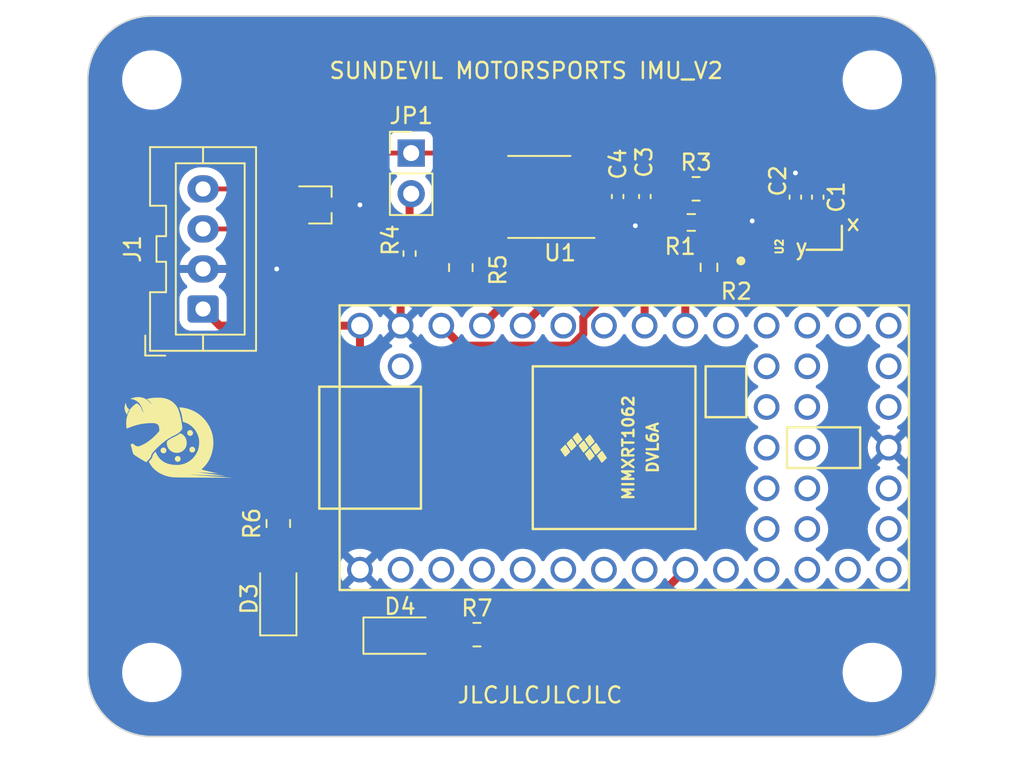
<source format=kicad_pcb>
(kicad_pcb (version 20221018) (generator pcbnew)
  (title_block (title "IMU Box") (date "2023-11-08") (rev "v2") (company "Sundevil Motorsports"))
  (layers (0 "F.Cu" signal) (31 "B.Cu" signal) (34 "B.Paste" user) (35 "F.Paste" user) (36 "B.SilkS" user "B.Silkscreen") (37 "F.SilkS" user "F.Silkscreen") (38 "B.Mask" user) (39 "F.Mask" user) (44 "Edge.Cuts" user))
  (net 0 "")
  (net 1 "GND")
  (net 2 "+3.3V")
  (net 3 "/CANH")
  (net 4 "/CANL")
  (net 5 "+5V")
  (net 6 "Net-(JP1-B)")
  (net 7 "/SCL0")
  (net 8 "/SDA0")
  (net 9 "Net-(U2-CS)")
  (net 10 "Net-(U1-Rs)")
  (net 11 "/CTX")
  (net 12 "/CRX")
  (net 31 "/LED")
  (net 56 "Net-(D3-A)")
  (net 57 "Net-(D4-A)")
  (footprint "Package_SO:SOIC-8_3.9x4.9mm_P1.27mm" (layer "F.Cu") (at 138.2 45.3 180)
    (fp_text reference "U1" (at -1.3 -3.5) (layer "F.SilkS"))
    (fp_text value "SN65HVD230")
    (pad "1" smd roundrect (at -2.475 -1.905 180) (size 1.95 0.6) (layers "F.Cu" "F.Paste" "F.Mask") (net 11 "/CTX"))
    (pad "2" smd roundrect (at -2.475 -0.635 180) (size 1.95 0.6) (layers "F.Cu" "F.Paste" "F.Mask") (net 1 "GND"))
    (pad "3" smd roundrect (at -2.475 0.635 180) (size 1.95 0.6) (layers "F.Cu" "F.Paste" "F.Mask") (net 2 "+3.3V"))
    (pad "4" smd roundrect (at -2.475 1.905 180) (size 1.95 0.6) (layers "F.Cu" "F.Paste" "F.Mask") (net 12 "/CRX"))
    (pad "5" smd roundrect (at 2.475 1.905 180) (size 1.95 0.6) (layers "F.Cu" "F.Paste" "F.Mask"))
    (pad "6" smd roundrect (at 2.475 0.635 180) (size 1.95 0.6) (layers "F.Cu" "F.Paste" "F.Mask") (net 4 "/CANL"))
    (pad "7" smd roundrect (at 2.475 -0.635 180) (size 1.95 0.6) (layers "F.Cu" "F.Paste" "F.Mask") (net 3 "/CANH"))
    (pad "8" smd roundrect (at 2.475 -1.905 180) (size 1.95 0.6) (layers "F.Cu" "F.Paste" "F.Mask") (net 10 "Net-(U1-Rs)"))
  )
  (footprint "Capacitor_SMD:C_0402_1005Metric" (layer "F.Cu") (at 155.59375 45.31375 -90)
    (fp_text reference "C1" (at 0 -1.16 90) (layer "F.SilkS"))
    (fp_text value "100 nF")
    (pad "1" smd roundrect (at -0.48 0 270) (size 0.56 0.62) (layers "F.Cu" "F.Paste" "F.Mask") (net 1 "GND"))
    (pad "2" smd roundrect (at 0.48 0 270) (size 0.56 0.62) (layers "F.Cu" "F.Paste" "F.Mask") (net 2 "+3.3V"))
  )
  (footprint "Connector_PinHeader_2.54mm:PinHeader_1x02_P2.54mm_Vertical" (layer "F.Cu") (at 130.2 42.56)
    (fp_text reference "JP1" (at 0 -2.33) (layer "F.SilkS"))
    (fp_text value "Jumper_2_Open")
    (pad "1" thru_hole rect (at 0 0) (size 1.7 1.7) (drill 1) (layers "*.Cu" "*.Mask") (net 4 "/CANL"))
    (pad "2" thru_hole oval (at 0 2.54) (size 1.7 1.7) (drill 1) (layers "*.Cu" "*.Mask") (net 6 "Net-(JP1-B)"))
  )
  (footprint "Resistor_SMD:R_0603_1608Metric" (layer "F.Cu") (at 147.69375 46.89375 180)
    (fp_text reference "R1" (at 0.69375 -1.50625) (layer "F.SilkS"))
    (fp_text value "2.2k")
    (pad "1" smd roundrect (at -0.825 0 180) (size 0.8 0.95) (layers "F.Cu" "F.Paste" "F.Mask") (net 7 "/SCL0"))
    (pad "2" smd roundrect (at 0.825 0 180) (size 0.8 0.95) (layers "F.Cu" "F.Paste" "F.Mask") (net 2 "+3.3V"))
  )
  (footprint "Resistor_SMD:R_0805_2012Metric" (layer "F.Cu") (at 133.3 49.7125 -90)
    (fp_text reference "R5" (at 0.1475 -2.33 90) (layer "F.SilkS"))
    (fp_text value "10k")
    (pad "1" smd roundrect (at -0.9125 0 270) (size 1.025 1.4) (layers "F.Cu" "F.Paste" "F.Mask") (roundrect_rratio 0.243902439) (net 10 "Net-(U1-Rs)"))
    (pad "2" smd roundrect (at 0.9125 0 270) (size 1.025 1.4) (layers "F.Cu" "F.Paste" "F.Mask") (roundrect_rratio 0.243902439) (net 1 "GND"))
  )
  (footprint "Capacitor_SMD:C_0402_1005Metric" (layer "F.Cu") (at 143.09375 45.27375 -90)
    (fp_text reference "C4" (at -2.03 -0.02 -90) (layer "F.SilkS"))
    (fp_text value "100nF")
    (pad "1" smd roundrect (at -0.48 0 270) (size 0.56 0.62) (layers "F.Cu" "F.Paste" "F.Mask") (net 2 "+3.3V"))
    (pad "2" smd roundrect (at 0.48 0 270) (size 0.56 0.62) (layers "F.Cu" "F.Paste" "F.Mask") (net 1 "GND"))
  )
  (footprint "Resistor_SMD:R_0603_1608Metric" (layer "F.Cu") (at 148.8 49.7 -90)
    (fp_text reference "R2" (at 1.5 -1.70625 -180) (layer "F.SilkS"))
    (fp_text value "2.2k")
    (pad "1" smd roundrect (at -0.825 0 270) (size 0.8 0.95) (layers "F.Cu" "F.Paste" "F.Mask") (net 8 "/SDA0"))
    (pad "2" smd roundrect (at 0.825 0 270) (size 0.8 0.95) (layers "F.Cu" "F.Paste" "F.Mask") (net 2 "+3.3V"))
  )
  (footprint "Capacitor_SMD:C_0402_1005Metric" (layer "F.Cu") (at 154.19375 45.31375 90)
    (fp_text reference "C2" (at 1.01375 -1.09375 90) (layer "F.SilkS"))
    (fp_text value "100 nF")
    (pad "1" smd roundrect (at -0.48 0 90) (size 0.56 0.62) (layers "F.Cu" "F.Paste" "F.Mask") (net 2 "+3.3V"))
    (pad "2" smd roundrect (at 0.48 0 90) (size 0.56 0.62) (layers "F.Cu" "F.Paste" "F.Mask") (net 1 "GND"))
  )
  (footprint "Resistor_SMD:R_0805_2012Metric" (layer "F.Cu") (at 121.9 65.7 90)
    (fp_text reference "R6" (at 0 -1.65 90) (layer "F.SilkS"))
    (fp_text value "220")
    (pad "1" smd roundrect (at -0.9125 0 90) (size 1.025 1.4) (layers "F.Cu" "F.Paste" "F.Mask") (roundrect_rratio 0.243902439) (net 56 "Net-(D3-A)"))
    (pad "2" smd roundrect (at 0.9125 0 90) (size 1.025 1.4) (layers "F.Cu" "F.Paste" "F.Mask") (roundrect_rratio 0.243902439) (net 5 "+5V"))
  )
  (footprint "Capacitor_SMD:C_0402_1005Metric" (layer "F.Cu") (at 144.79375 45.27375 -90)
    (fp_text reference "C3" (at -2.15 0.05 -90) (layer "F.SilkS"))
    (fp_text value "100nF")
    (pad "1" smd roundrect (at -0.48 0 270) (size 0.56 0.62) (layers "F.Cu" "F.Paste" "F.Mask") (net 2 "+3.3V"))
    (pad "2" smd roundrect (at 0.48 0 270) (size 0.56 0.62) (layers "F.Cu" "F.Paste" "F.Mask") (net 1 "GND"))
  )
  (footprint "LED_SMD:LED_1206_3216Metric" (layer "F.Cu") (at 129.5 72.7)
    (fp_text reference "D4" (at 0 -1.82) (layer "F.SilkS"))
    (fp_text value "LED")
    (pad "1" smd roundrect (at -1.4 0) (size 1.25 1.75) (layers "F.Cu" "F.Paste" "F.Mask") (roundrect_rratio 0.2) (net 1 "GND"))
    (pad "2" smd roundrect (at 1.4 0) (size 1.25 1.75) (layers "F.Cu" "F.Paste" "F.Mask") (roundrect_rratio 0.2) (net 57 "Net-(D4-A)"))
  )
  (footprint "Connector_JST:JST_XA_B04B-XASK-1_1x04_P2.50mm_Vertical" (layer "F.Cu") (at 117.2 52.3 90)
    (fp_text reference "J1" (at 3.75 -4.4 90) (layer "F.SilkS"))
    (fp_text value "Conn_01x04_Pin")
    (pad "1" thru_hole roundrect (at 0 0 90) (size 1.7 1.95) (drill 0.95) (layers "*.Cu" "*.Mask") (roundrect_rratio 0.1470588235) (net 5 "+5V"))
    (pad "2" thru_hole oval (at 2.5 0 90) (size 1.7 1.95) (drill 0.95) (layers "*.Cu" "*.Mask") (net 1 "GND"))
    (pad "3" thru_hole oval (at 5 0 90) (size 1.7 1.95) (drill 0.95) (layers "*.Cu" "*.Mask") (net 3 "/CANH"))
    (pad "4" thru_hole oval (at 7.5 0 90) (size 1.7 1.95) (drill 0.95) (layers "*.Cu" "*.Mask") (net 4 "/CANL"))
  )
  (footprint "ISM330DHCX:LGA-14L" (layer "F.Cu") (at 151.49375 46.99375 90)
    (fp_text reference "U2" (at -1.40625 1.70625 90) (layer "F.SilkS") (effects (font (size 0.48 0.48))))
    (fp_text value "ISM330DHCXTR")
    (pad "1" smd rect (at -1.1625 -0.75 90) (size 0.48 0.3) (layers "F.Cu" "F.Paste" "F.Mask"))
    (pad "2" smd rect (at -1.1625 -0.25 90) (size 0.48 0.3) (layers "F.Cu" "F.Paste" "F.Mask"))
    (pad "3" smd rect (at -1.1625 0.25 90) (size 0.48 0.3) (layers "F.Cu" "F.Paste" "F.Mask"))
    (pad "4" smd rect (at -1.1625 0.75 90) (size 0.48 0.3) (layers "F.Cu" "F.Paste" "F.Mask"))
    (pad "5" smd rect (at -0.5 1 90) (size 0.3 0.48) (layers "F.Cu" "F.Paste" "F.Mask") (net 2 "+3.3V"))
    (pad "6" smd rect (at 0 1 90) (size 0.3 0.48) (layers "F.Cu" "F.Paste" "F.Mask") (net 1 "GND"))
    (pad "7" smd rect (at 0.5 1 90) (size 0.3 0.48) (layers "F.Cu" "F.Paste" "F.Mask") (net 1 "GND"))
    (pad "8" smd rect (at 1.1625 0.75 270) (size 0.48 0.3) (layers "F.Cu" "F.Paste" "F.Mask") (net 2 "+3.3V"))
    (pad "9" smd rect (at 1.1625 0.25 270) (size 0.48 0.3) (layers "F.Cu" "F.Paste" "F.Mask"))
    (pad "10" smd rect (at 1.1625 -0.25 270) (size 0.48 0.3) (layers "F.Cu" "F.Paste" "F.Mask"))
    (pad "11" smd rect (at 1.1625 -0.75 270) (size 0.48 0.3) (layers "F.Cu" "F.Paste" "F.Mask"))
    (pad "12" smd rect (at 0.5 -1 270) (size 0.3 0.48) (layers "F.Cu" "F.Paste" "F.Mask") (net 9 "Net-(U2-CS)"))
    (pad "13" smd rect (at 0 -1 270) (size 0.3 0.48) (layers "F.Cu" "F.Paste" "F.Mask") (net 7 "/SCL0"))
    (pad "14" smd rect (at -0.5 -1 270) (size 0.3 0.48) (layers "F.Cu" "F.Paste" "F.Mask") (net 8 "/SDA0"))
  )
  (footprint "Resistor_SMD:R_0805_2012Metric" (layer "F.Cu") (at 147.99375 44.79375)
    (fp_text reference "R3" (at 0 -1.65) (layer "F.SilkS"))
    (fp_text value "10k")
    (pad "1" smd roundrect (at -0.9125 0) (size 1.025 1.4) (layers "F.Cu" "F.Paste" "F.Mask") (roundrect_rratio 0.243902439) (net 2 "+3.3V"))
    (pad "2" smd roundrect (at 0.9125 0) (size 1.025 1.4) (layers "F.Cu" "F.Paste" "F.Mask") (roundrect_rratio 0.243902439) (net 9 "Net-(U2-CS)"))
  )
  (footprint "Teensy:Teensy40" (layer "F.Cu") (at 143.51 60.96)
    (fp_text reference "U3" hide)
    (fp_text value "Teensy4.0")
    (fp_text user "MIMXRT1062" (at 0.254 0 90) (layer "F.SilkS") (effects (font (size 0.7 0.7))))
    (fp_text user "DVL6A" (at 1.778 0 90) (layer "F.SilkS") (effects (font (size 0.7 0.7))))
    (pad "1" thru_hole circle (at -16.51 7.62) (size 1.6 1.6) (drill 1.1) (layers "*.Cu" "*.Mask") (net 1 "GND"))
    (pad "2" thru_hole circle (at -13.97 7.62) (size 1.6 1.6) (drill 1.1) (layers "*.Cu" "*.Mask"))
    (pad "3" thru_hole circle (at -11.43 7.62) (size 1.6 1.6) (drill 1.1) (layers "*.Cu" "*.Mask"))
    (pad "4" thru_hole circle (at -8.89 7.62) (size 1.6 1.6) (drill 1.1) (layers "*.Cu" "*.Mask"))
    (pad "5" thru_hole circle (at -6.35 7.62) (size 1.6 1.6) (drill 1.1) (layers "*.Cu" "*.Mask"))
    (pad "6" thru_hole circle (at -3.81 7.62) (size 1.6 1.6) (drill 1.1) (layers "*.Cu" "*.Mask"))
    (pad "7" thru_hole circle (at -1.27 7.62) (size 1.6 1.6) (drill 1.1) (layers "*.Cu" "*.Mask"))
    (pad "8" thru_hole circle (at 1.27 7.62) (size 1.6 1.6) (drill 1.1) (layers "*.Cu" "*.Mask"))
    (pad "9" thru_hole circle (at 3.81 7.62) (size 1.6 1.6) (drill 1.1) (layers "*.Cu" "*.Mask") (net 31 "/LED"))
    (pad "10" thru_hole circle (at 6.35 7.62) (size 1.6 1.6) (drill 1.1) (layers "*.Cu" "*.Mask"))
    (pad "11" thru_hole circle (at 8.89 7.62) (size 1.6 1.6) (drill 1.1) (layers "*.Cu" "*.Mask"))
    (pad "12" thru_hole circle (at 11.43 7.62) (size 1.6 1.6) (drill 1.1) (layers "*.Cu" "*.Mask"))
    (pad "13" thru_hole circle (at 13.97 7.62) (size 1.6 1.6) (drill 1.1) (layers "*.Cu" "*.Mask"))
    (pad "14" thru_hole circle (at 16.51 7.62) (size 1.6 1.6) (drill 1.1) (layers "*.Cu" "*.Mask"))
    (pad "15" thru_hole circle (at 16.51 5.08) (size 1.6 1.6) (drill 1.1) (layers "*.Cu" "*.Mask"))
    (pad "16" thru_hole circle (at 16.51 2.54) (size 1.6 1.6) (drill 1.1) (layers "*.Cu" "*.Mask"))
    (pad "17" thru_hole circle (at 16.51 0) (size 1.6 1.6) (drill 1.1) (layers "*.Cu" "*.Mask") (net 1 "GND"))
    (pad "18" thru_hole circle (at 16.51 -2.54) (size 1.6 1.6) (drill 1.1) (layers "*.Cu" "*.Mask"))
    (pad "19" thru_hole circle (at 16.51 -5.08) (size 1.6 1.6) (drill 1.1) (layers "*.Cu" "*.Mask"))
    (pad "20" thru_hole circle (at 16.51 -7.62) (size 1.6 1.6) (drill 1.1) (layers "*.Cu" "*.Mask"))
    (pad "21" thru_hole circle (at 13.97 -7.62) (size 1.6 1.6) (drill 1.1) (layers "*.Cu" "*.Mask"))
    (pad "22" thru_hole circle (at 11.43 -7.62) (size 1.6 1.6) (drill 1.1) (layers "*.Cu" "*.Mask"))
    (pad "23" thru_hole circle (at 8.89 -7.62) (size 1.6 1.6) (drill 1.1) (layers "*.Cu" "*.Mask"))
    (pad "24" thru_hole circle (at 6.35 -7.62) (size 1.6 1.6) (drill 1.1) (layers "*.Cu" "*.Mask"))
    (pad "25" thru_hole circle (at 3.81 -7.62) (size 1.6 1.6) (drill 1.1) (layers "*.Cu" "*.Mask") (net 8 "/SDA0"))
    (pad "26" thru_hole circle (at 1.27 -7.62) (size 1.6 1.6) (drill 1.1) (layers "*.Cu" "*.Mask") (net 7 "/SCL0"))
    (pad "27" thru_hole circle (at -1.27 -7.62) (size 1.6 1.6) (drill 1.1) (layers "*.Cu" "*.Mask"))
    (pad "28" thru_hole circle (at -3.81 -7.62) (size 1.6 1.6) (drill 1.1) (layers "*.Cu" "*.Mask"))
    (pad "29" thru_hole circle (at -6.35 -7.62) (size 1.6 1.6) (drill 1.1) (layers "*.Cu" "*.Mask") (net 11 "/CTX"))
    (pad "30" thru_hole circle (at -8.89 -7.62) (size 1.6 1.6) (drill 1.1) (layers "*.Cu" "*.Mask") (net 12 "/CRX"))
    (pad "31" thru_hole circle (at -11.43 -7.62) (size 1.6 1.6) (drill 1.1) (layers "*.Cu" "*.Mask") (net 2 "+3.3V"))
    (pad "32" thru_hole circle (at -13.97 -7.62) (size 1.6 1.6) (drill 1.1) (layers "*.Cu" "*.Mask") (net 1 "GND"))
    (pad "33" thru_hole circle (at -16.51 -7.62) (size 1.6 1.6) (drill 1.1) (layers "*.Cu" "*.Mask") (net 5 "+5V"))
    (pad "34" thru_hole circle (at -13.97 -5.08) (size 1.6 1.6) (drill 1.1) (layers "*.Cu" "*.Mask"))
    (pad "35" thru_hole circle (at 11.43 -5.08) (size 1.6 1.6) (drill 1.1) (layers "*.Cu" "*.Mask"))
    (pad "36" thru_hole circle (at 8.89 -5.08) (size 1.6 1.6) (drill 1.1) (layers "*.Cu" "*.Mask"))
    (pad "37" thru_hole circle (at 11.43 -2.54) (size 1.6 1.6) (drill 1.1) (layers "*.Cu" "*.Mask"))
    (pad "38" thru_hole circle (at 8.89 -2.54) (size 1.6 1.6) (drill 1.1) (layers "*.Cu" "*.Mask"))
    (pad "39" thru_hole circle (at 11.43 0) (size 1.6 1.6) (drill 1.1) (layers "*.Cu" "*.Mask"))
    (pad "40" thru_hole circle (at 8.89 0) (size 1.6 1.6) (drill 1.1) (layers "*.Cu" "*.Mask"))
    (pad "41" thru_hole circle (at 11.43 2.54) (size 1.6 1.6) (drill 1.1) (layers "*.Cu" "*.Mask"))
    (pad "42" thru_hole circle (at 8.89 2.54) (size 1.6 1.6) (drill 1.1) (layers "*.Cu" "*.Mask"))
    (pad "43" thru_hole circle (at 11.43 5.08) (size 1.6 1.6) (drill 1.1) (layers "*.Cu" "*.Mask"))
    (pad "44" thru_hole circle (at 8.89 5.08) (size 1.6 1.6) (drill 1.1) (layers "*.Cu" "*.Mask"))
  )
  (footprint "Resistor_SMD:R_0805_2012Metric" (layer "F.Cu") (at 134.31 72.64)
    (fp_text reference "R7" (at 0 -1.65) (layer "F.SilkS"))
    (fp_text value "220")
    (pad "1" smd roundrect (at -0.9125 0) (size 1.025 1.4) (layers "F.Cu" "F.Paste" "F.Mask") (roundrect_rratio 0.243902439) (net 57 "Net-(D4-A)"))
    (pad "2" smd roundrect (at 0.9125 0) (size 1.025 1.4) (layers "F.Cu" "F.Paste" "F.Mask") (roundrect_rratio 0.243902439) (net 31 "/LED"))
  )
  (footprint "MountingHole:MountingHole_3.2mm_M3" (layer "F.Cu") (at 159 38)
    (fp_text reference "REF**" hide)
    (fp_text value "MountingHole_3.2mm_M3")
    (pad "" np_thru_hole circle (at 0 0) (size 3.2 3.2) (drill 3.2) (layers "F&B.Cu" "*.Mask"))
  )
  (footprint "logo.preety:SDM_Logo" (layer "F.Cu") (at 115.7 60.3)
    (fp_text reference "G***" hide)
    (fp_text value "LOGO" hide)
  )
  (footprint "Package_TO_SOT_SMD:SOT-323_SC-70" (layer "F.Cu") (at 124.5 45.8)
    (fp_text reference "D1" hide)
    (fp_text value "D_TVS_Dual_AAC")
    (pad "1" smd rect (at -1 -0.65 270) (size 0.45 0.7) (layers "F.Cu" "F.Paste" "F.Mask") (net 4 "/CANL"))
    (pad "2" smd rect (at -1 0.65 270) (size 0.45 0.7) (layers "F.Cu" "F.Paste" "F.Mask") (net 3 "/CANH"))
    (pad "3" smd rect (at 1 0 270) (size 0.45 0.7) (layers "F.Cu" "F.Paste" "F.Mask") (net 1 "GND"))
  )
  (footprint "LED_SMD:LED_1206_3216Metric" (layer "F.Cu") (at 121.9 70.4 90)
    (fp_text reference "D3" (at 0 -1.82 90) (layer "F.SilkS"))
    (fp_text value "LED")
    (pad "1" smd roundrect (at -1.4 0 90) (size 1.25 1.75) (layers "F.Cu" "F.Paste" "F.Mask") (roundrect_rratio 0.2) (net 1 "GND"))
    (pad "2" smd roundrect (at 1.4 0 90) (size 1.25 1.75) (layers "F.Cu" "F.Paste" "F.Mask") (roundrect_rratio 0.2) (net 56 "Net-(D3-A)"))
  )
  (footprint "MountingHole:MountingHole_3.2mm_M3" (layer "F.Cu") (at 159 75)
    (fp_text reference "REF**" hide)
    (fp_text value "MountingHole_3.2mm_M3")
    (pad "" np_thru_hole circle (at 0 0) (size 3.2 3.2) (drill 3.2) (layers "F&B.Cu" "*.Mask"))
  )
  (footprint "MountingHole:MountingHole_3.2mm_M3" (layer "F.Cu") (at 114 38)
    (fp_text reference "REF**" hide)
    (fp_text value "MountingHole_3.2mm_M3")
    (pad "" np_thru_hole circle (at 0 0) (size 3.2 3.2) (drill 3.2) (layers "*.Cu" "*.Mask"))
  )
  (footprint "Resistor_SMD:R_0402_1005Metric" (layer "F.Cu") (at 130.1 48.835 90)
    (fp_text reference "R4" (at 0.835 -1.2 90) (layer "F.SilkS"))
    (fp_text value "120")
    (pad "1" smd roundrect (at -0.51 0 90) (size 0.54 0.64) (layers "F.Cu" "F.Paste" "F.Mask") (net 3 "/CANH"))
    (pad "2" smd roundrect (at 0.51 0 90) (size 0.54 0.64) (layers "F.Cu" "F.Paste" "F.Mask") (net 6 "Net-(JP1-B)"))
  )
  (footprint "MountingHole:MountingHole_3.2mm_M3" (layer "F.Cu") (at 114 75)
    (fp_text reference "REF**" hide)
    (fp_text value "MountingHole_3.2mm_M3")
    (pad "" np_thru_hole circle (at 0 0) (size 3.2 3.2) (drill 3.2) (layers "F&B.Cu" "*.Mask"))
  )
  (gr_line (start 157.1 48.6) (end 154.9 48.6) (stroke (width 0.15)) (layer "F.SilkS"))
  (gr_line (start 157.1 48.6) (end 157.1 47.1) (stroke (width 0.15)) (layer "F.SilkS"))
  (gr_line (start 114 79) (end 159 79) (stroke (width 0.1)) (layer "Edge.Cuts"))
  (gr_arc (start 163 75) (mid 161.828427 77.828427) (end 159 79) (stroke (width 0.1)) (layer "Edge.Cuts"))
  (gr_line (start 163 75) (end 163 38) (stroke (width 0.1)) (layer "Edge.Cuts"))
  (gr_arc (start 114 79) (mid 111.171573 77.828427) (end 110 75) (stroke (width 0.1)) (layer "Edge.Cuts"))
  (gr_arc (start 110 38) (mid 111.171573 35.171573) (end 114 34) (stroke (width 0.1)) (layer "Edge.Cuts"))
  (gr_line (start 110 38) (end 110 75) (stroke (width 0.1)) (layer "Edge.Cuts"))
  (gr_arc (start 159 34) (mid 161.828427 35.171573) (end 163 38) (stroke (width 0.1)) (layer "Edge.Cuts"))
  (gr_line (start 114 34) (end 159 34) (stroke (width 0.1)) (layer "Edge.Cuts"))
  (gr_text "x" (at 157.3 47.5) (layer "F.SilkS") (effects (font (size 1 1)) (justify left bottom)))
  (gr_text "y" (at 154.1 49) (layer "F.SilkS") (effects (font (size 1 1)) (justify left bottom)))
  (gr_text "JLCJLCJLCJLC" (at 133 77) (layer "F.SilkS") (effects (font (size 1 1)) (justify left bottom)))
  (gr_text "SUNDEVIL MOTORSPORTS IMU_V2" (at 125 38) (layer "F.SilkS") (effects (font (size 1 1)) (justify left bottom)))
  (segment (start 125.9 71.8) (end 125.9 69.68) (width 0.5) (layer "F.Cu") (net 1))
  (segment (start 155.59375 44.83375) (end 154.19375 44.83375) (width 0.5) (layer "F.Cu") (net 1))
  (segment (start 117.2 49.8) (end 121.8 49.8) (width 0.5) (layer "F.Cu") (net 1))
  (segment (start 144.79375 46.50625) (end 144.2 47.1) (width 0.5) (layer "F.Cu") (net 1))
  (segment (start 121.9 71.8) (end 125.9 71.8) (width 0.5) (layer "F.Cu") (net 1))
  (segment (start 128.1 72.7) (end 126.8 72.7) (width 0.5) (layer "F.Cu") (net 1))
  (segment (start 129.54 51.86) (end 130.775 50.625) (width 0.5) (layer "F.Cu") (net 1))
  (segment (start 154.19375 43.80625) (end 154.2 43.8) (width 0.5) (layer "F.Cu") (net 1))
  (segment (start 130.775 50.625) (end 133.3 50.625) (width 0.5) (layer "F.Cu") (net 1))
  (segment (start 152.49375 46.49375) (end 151.80625 46.49375) (width 0.3) (layer "F.Cu") (net 1))
  (segment (start 125.5 45.8) (end 127 45.8) (width 0.5) (layer "F.Cu") (net 1))
  (segment (start 144.79375 45.75375) (end 143.09375 45.75375) (width 0.5) (layer "F.Cu") (net 1))
  (segment (start 154.19375 44.83375) (end 154.19375 43.80625) (width 0.5) (layer "F.Cu") (net 1))
  (segment (start 152.49375 46.99375) (end 152.49375 46.49375) (width 0.3) (layer "F.Cu") (net 1))
  (segment (start 144.79375 45.75375) (end 144.79375 46.50625) (width 0.5) (layer "F.Cu") (net 1))
  (segment (start 126.8 72.7) (end 125.9 71.8) (width 0.5) (layer "F.Cu") (net 1))
  (segment (start 125.9 69.68) (end 127 68.58) (width 0.5) (layer "F.Cu") (net 1))
  (segment (start 129.54 53.34) (end 129.54 51.86) (width 0.5) (layer "F.Cu") (net 1))
  (segment (start 140.675 45.935) (end 142.9125 45.935) (width 0.5) (layer "F.Cu") (net 1))
  (segment (start 151.80625 46.49375) (end 151.5 46.8) (width 0.3) (layer "F.Cu") (net 1))
  (segment (start 142.9125 45.935) (end 143.09375 45.75375) (width 0.5) (layer "F.Cu") (net 1))
  (via (at 121.8 49.8) (size 0.7) (drill 0.3) (layers "F.Cu" "B.Cu") (net 1))
  (via (at 154.2 43.8) (size 0.7) (drill 0.3) (layers "F.Cu" "B.Cu") (net 1))
  (via (at 151.5 46.8) (size 0.7) (drill 0.3) (layers "F.Cu" "B.Cu") (net 1))
  (via (at 127 45.8) (size 0.7) (drill 0.3) (layers "F.Cu" "B.Cu") (net 1))
  (via (at 144.2 47.1) (size 0.7) (drill 0.3) (layers "F.Cu" "B.Cu") (net 1))
  (segment (start 140.675 44.665) (end 142.965 44.665) (width 0.5) (layer "F.Cu") (net 2))
  (segment (start 153.4 45.83125) (end 154.15625 45.83125) (width 0.3) (layer "F.Cu") (net 2))
  (segment (start 154.19375 45.79375) (end 155.59375 45.79375) (width 0.3) (layer "F.Cu") (net 2))
  (segment (start 140.95 52.8125) (end 146.86875 46.89375) (width 0.5) (layer "F.Cu") (net 2))
  (segment (start 153.4 48.29) (end 153.4 47.5) (width 0.5) (layer "F.Cu") (net 2))
  (segment (start 154.15625 45.83125) (end 154.19375 45.79375) (width 0.3) (layer "F.Cu") (net 2))
  (segment (start 142.965 44.665) (end 143.09375 44.79375) (width 0.5) (layer "F.Cu") (net 2))
  (segment (start 140.95 53.857767) (end 140.95 52.8125) (width 0.5) (layer "F.Cu") (net 2))
  (segment (start 150.74625 43.74375) (end 152.24375 45.24125) (width 0.3) (layer "F.Cu") (net 2))
  (segment (start 132.08 53.34) (end 133.33 54.59) (width 0.5) (layer "F.Cu") (net 2))
  (segment (start 153.39375 47.49375) (end 153.4 47.5) (width 0.3) (layer "F.Cu") (net 2))
  (segment (start 133.33 54.59) (end 140.217767 54.59) (width 0.5) (layer "F.Cu") (net 2))
  (segment (start 144.79375 44.79375) (end 147.08125 44.79375) (width 0.5) (layer "F.Cu") (net 2))
  (segment (start 147.08125 44.79375) (end 148.13125 43.74375) (width 0.3) (layer "F.Cu") (net 2))
  (segment (start 146.86875 46.89375) (end 146.86875 45.00625) (width 0.3) (layer "F.Cu") (net 2))
  (segment (start 143.09375 44.79375) (end 144.79375 44.79375) (width 0.5) (layer "F.Cu") (net 2))
  (segment (start 152.24375 45.83125) (end 153.4 45.83125) (width 0.3) (layer "F.Cu") (net 2))
  (segment (start 153.4 47.5) (end 153.4 45.83125) (width 0.5) (layer "F.Cu") (net 2))
  (segment (start 147.08125 46.68125) (end 146.86875 46.89375) (width 0.3) (layer "F.Cu") (net 2))
  (segment (start 152.24375 45.24125) (end 152.24375 45.83125) (width 0.3) (layer "F.Cu") (net 2))
  (segment (start 151.165 50.525) (end 153.4 48.29) (width 0.5) (layer "F.Cu") (net 2))
  (segment (start 152.49375 47.49375) (end 153.39375 47.49375) (width 0.3) (layer "F.Cu") (net 2))
  (segment (start 148.13125 43.74375) (end 150.74625 43.74375) (width 0.3) (layer "F.Cu") (net 2))
  (segment (start 148.8 50.525) (end 151.165 50.525) (width 0.5) (layer "F.Cu") (net 2))
  (segment (start 146.86875 45.00625) (end 147.08125 44.79375) (width 0.3) (layer "F.Cu") (net 2))
  (segment (start 140.217767 54.59) (end 140.95 53.857767) (width 0.5) (layer "F.Cu") (net 2))
  (segment (start 154.19375 45.79375) (end 154.150785 45.79375) (width 0.3) (layer "F.Cu") (net 2))
  (segment (start 126.25 46.45) (end 123.5 46.45) (width 0.3) (layer "F.Cu") (net 3))
  (segment (start 122.15 46.45) (end 121.3 47.3) (width 0.3) (layer "F.Cu") (net 3))
  (segment (start 130.655 49.345) (end 130.1 49.345) (width 0.3) (layer "F.Cu") (net 3))
  (segment (start 129.145 49.345) (end 126.25 46.45) (width 0.3) (layer "F.Cu") (net 3))
  (segment (start 123.5 46.45) (end 122.15 46.45) (width 0.3) (layer "F.Cu") (net 3))
  (segment (start 130.1 49.345) (end 129.145 49.345) (width 0.3) (layer "F.Cu") (net 3))
  (segment (start 135.725 45.935) (end 134.065 45.935) (width 0.3) (layer "F.Cu") (net 3))
  (segment (start 134.065 45.935) (end 130.655 49.345) (width 0.3) (layer "F.Cu") (net 3))
  (segment (start 121.3 47.3) (end 117.2 47.3) (width 0.3) (layer "F.Cu") (net 3))
  (segment (start 127.04 42.56) (end 130.2 42.56) (width 0.3) (layer "F.Cu") (net 4))
  (segment (start 117.2 44.8) (end 121.4 44.8) (width 0.3) (layer "F.Cu") (net 4))
  (segment (start 134.465 44.665) (end 132.36 42.56) (width 0.3) (layer "F.Cu") (net 4))
  (segment (start 121.75 45.15) (end 123.5 45.15) (width 0.3) (layer "F.Cu") (net 4))
  (segment (start 121.4 44.8) (end 121.75 45.15) (width 0.3) (layer "F.Cu") (net 4))
  (segment (start 123.5 45.15) (end 124.45 45.15) (width 0.3) (layer "F.Cu") (net 4))
  (segment (start 124.45 45.15) (end 127.04 42.56) (width 0.3) (layer "F.Cu") (net 4))
  (segment (start 132.36 42.56) (end 130.2 42.56) (width 0.3) (layer "F.Cu") (net 4))
  (segment (start 135.725 44.665) (end 134.465 44.665) (width 0.3) (layer "F.Cu") (net 4))
  (segment (start 135.69 44.7) (end 135.725 44.665) (width 0.3) (layer "F.Cu") (net 4))
  (segment (start 117.2 52.3) (end 118.24 53.34) (width 0.5) (layer "F.Cu") (net 5))
  (segment (start 127 55.9) (end 121.9 61) (width 0.5) (layer "F.Cu") (net 5))
  (segment (start 121.9 61) (end 121.9 64.7875) (width 0.5) (layer "F.Cu") (net 5))
  (segment (start 118.24 53.34) (end 127 53.34) (width 0.5) (layer "F.Cu") (net 5))
  (segment (start 127 53.34) (end 127 55.9) (width 0.5) (layer "F.Cu") (net 5))
  (segment (start 130.1 45.2) (end 130.2 45.1) (width 0.5) (layer "F.Cu") (net 6))
  (segment (start 130.1 48.325) (end 130.1 45.2) (width 0.5) (layer "F.Cu") (net 6))
  (segment (start 144.78 53.34) (end 144.78 50.6325) (width 0.5) (layer "F.Cu") (net 7))
  (segment (start 148.51875 46.89375) (end 148.61875 46.99375) (width 0.3) (layer "F.Cu") (net 7))
  (segment (start 148.61875 46.99375) (end 150.49375 46.99375) (width 0.3) (layer "F.Cu") (net 7))
  (segment (start 144.78 50.6325) (end 148.51875 46.89375) (width 0.5) (layer "F.Cu") (net 7))
  (segment (start 149.80625 47.49375) (end 148.8 48.5) (width 0.3) (layer "F.Cu") (net 8))
  (segment (start 150.49375 47.49375) (end 149.80625 47.49375) (width 0.3) (layer "F.Cu") (net 8))
  (segment (start 148.8 48.5) (end 148.8 48.875) (width 0.3) (layer "F.Cu") (net 8))
  (segment (start 147.32 50.355) (end 148.8 48.875) (width 0.5) (layer "F.Cu") (net 8))
  (segment (start 147.32 53.34) (end 147.32 50.355) (width 0.5) (layer "F.Cu") (net 8))
  (segment (start 150.49375 46.49375) (end 148.90625 44.90625) (width 0.3) (layer "F.Cu") (net 9))
  (segment (start 148.90625 44.90625) (end 148.90625 44.79375) (width 0.3) (layer "F.Cu") (net 9))
  (segment (start 134.895 47.205) (end 135.725 47.205) (width 0.3) (layer "F.Cu") (net 10))
  (segment (start 133.3 48.8) (end 134.895 47.205) (width 0.3) (layer "F.Cu") (net 10))
  (segment (start 140.675 49.825) (end 140.675 47.205) (width 0.5) (layer "F.Cu") (net 11))
  (segment (start 140.7 47.23) (end 140.675 47.205) (width 0.3) (layer "F.Cu") (net 11))
  (segment (start 137.16 53.34) (end 140.675 49.825) (width 0.5) (layer "F.Cu") (net 11))
  (segment (start 139.505 43.395) (end 140.675 43.395) (width 0.5) (layer "F.Cu") (net 12))
  (segment (start 138.2 44.7) (end 139.505 43.395) (width 0.5) (layer "F.Cu") (net 12))
  (segment (start 134.62 53.34) (end 138.2 49.76) (width 0.5) (layer "F.Cu") (net 12))
  (segment (start 138.2 49.76) (end 138.2 44.7) (width 0.5) (layer "F.Cu") (net 12))
  (segment (start 135.2225 72.64) (end 143.26 72.64) (width 0.5) (layer "F.Cu") (net 31))
  (segment (start 143.26 72.64) (end 147.32 68.58) (width 0.5) (layer "F.Cu") (net 31))
  (segment (start 121.9 66.6125) (end 121.9 69) (width 0.5) (layer "F.Cu") (net 56))
  (segment (start 133.3375 72.7) (end 133.3975 72.64) (width 0.5) (layer "F.Cu") (net 57))
  (segment (start 130.9 72.7) (end 133.3375 72.7) (width 0.5) (layer "F.Cu") (net 57))
  (zone (net 1) (net_name "GND") (layer "B.Cu") (connect_pads (clearance 0.5)) (min_thickness 0.25) (fill yes (thermal_gap 0.5) (thermal_bridge_width 0.5))
    (polygon (pts (xy 109.202945 33) (xy 164.202945 33) (xy 163.802945 80.3) (xy 108.802945 80.3)))
  )
)
</source>
